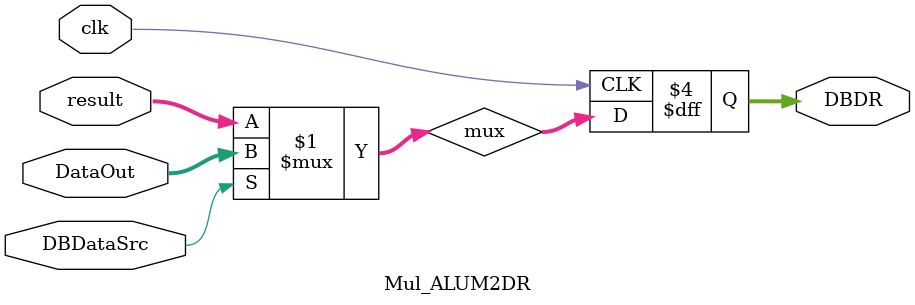
<source format=v>
`timescale 1ns / 1ps
module Mul_ALUM2DR(clk,DBDataSrc,result,DataOut,DBDR);
    input clk,DBDataSrc;
    input[31:0]result,DataOut;
    output reg[31:0]DBDR;
    wire [31:0]mux;
    
    initial begin
        DBDR=0;
    end
    
    assign mux=(DBDataSrc)?DataOut:result;
    
    always@(posedge clk)begin
        DBDR=mux;
    end
endmodule

</source>
